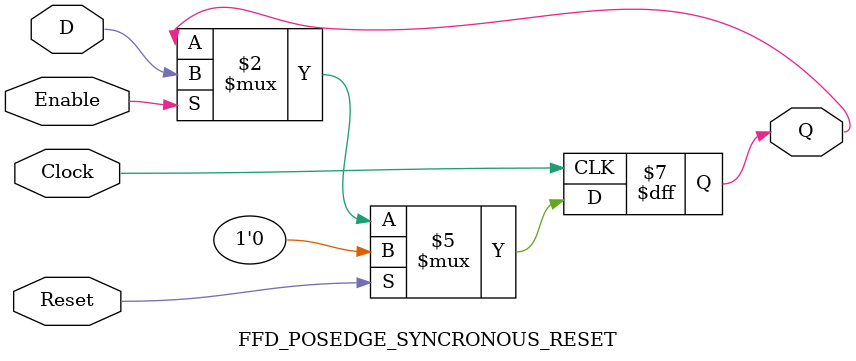
<source format=v>
module FFD_POSEDGE_SYNCRONOUS_RESET # ( parameter SIZE=1 )
(
	input wire				Clock,
	input wire				Reset,
	input wire				Enable,
	input wire [SIZE-1:0]	D,
	output reg [SIZE-1:0]	Q
);
	

always @ (posedge Clock) 
begin
	if ( Reset )
		Q <= {SIZE{1'b0}};
	else
	begin	
		if (Enable) 
			Q <= D; 
	end	
 
end//always

endmodule
</source>
